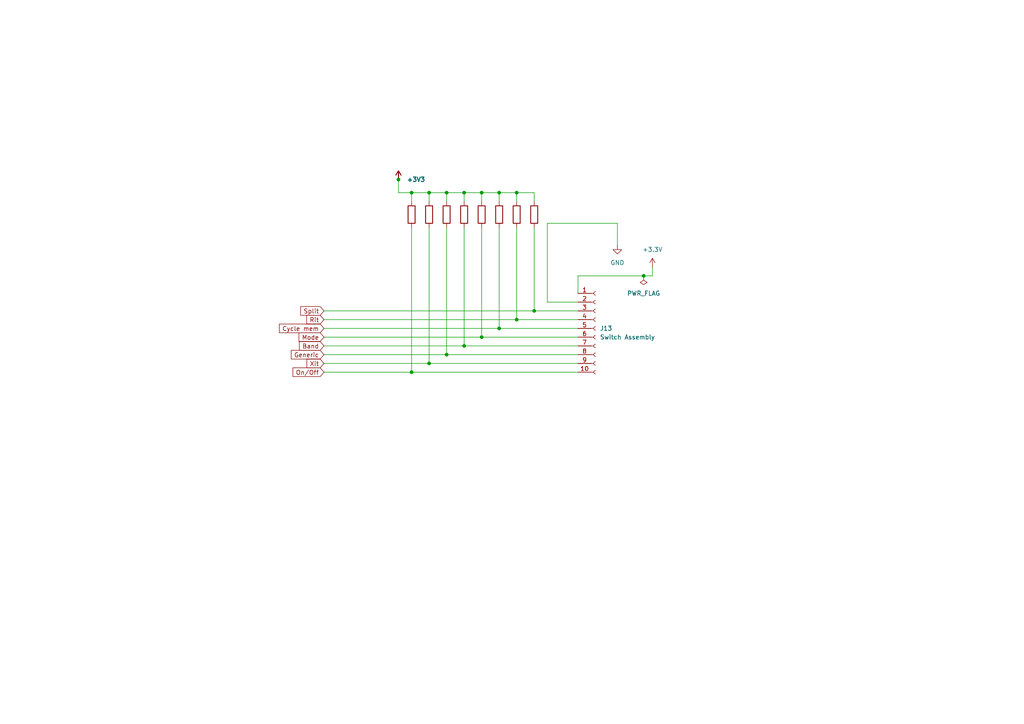
<source format=kicad_sch>
(kicad_sch (version 20230121) (generator eeschema)

  (uuid 8a30fddd-fb14-4c5a-95ed-f95352cbff5e)

  (paper "A4")

  (lib_symbols
    (symbol "+3.3V_1" (power) (pin_names (offset 0)) (in_bom yes) (on_board yes)
      (property "Reference" "#PWR" (at 0 -3.81 0)
        (effects (font (size 1.27 1.27)) hide)
      )
      (property "Value" "+3.3V_1" (at 0 3.556 0)
        (effects (font (size 1.27 1.27)))
      )
      (property "Footprint" "" (at 0 0 0)
        (effects (font (size 1.27 1.27)) hide)
      )
      (property "Datasheet" "" (at 0 0 0)
        (effects (font (size 1.27 1.27)) hide)
      )
      (property "ki_keywords" "global power" (at 0 0 0)
        (effects (font (size 1.27 1.27)) hide)
      )
      (property "ki_description" "Power symbol creates a global label with name \"+3.3V\"" (at 0 0 0)
        (effects (font (size 1.27 1.27)) hide)
      )
      (symbol "+3.3V_1_0_1"
        (polyline
          (pts
            (xy -0.762 1.27)
            (xy 0 2.54)
          )
          (stroke (width 0) (type default))
          (fill (type none))
        )
        (polyline
          (pts
            (xy 0 0)
            (xy 0 2.54)
          )
          (stroke (width 0) (type default))
          (fill (type none))
        )
        (polyline
          (pts
            (xy 0 2.54)
            (xy 0.762 1.27)
          )
          (stroke (width 0) (type default))
          (fill (type none))
        )
      )
      (symbol "+3.3V_1_1_1"
        (pin power_in line (at 0 0 90) (length 0) hide
          (name "+3.3V" (effects (font (size 1.27 1.27))))
          (number "1" (effects (font (size 1.27 1.27))))
        )
      )
    )
    (symbol "Connector:Conn_01x10_Socket" (pin_names (offset 1.016) hide) (in_bom yes) (on_board yes)
      (property "Reference" "J" (at 0 12.7 0)
        (effects (font (size 1.27 1.27)))
      )
      (property "Value" "Conn_01x10_Socket" (at 0 -15.24 0)
        (effects (font (size 1.27 1.27)))
      )
      (property "Footprint" "" (at 0 0 0)
        (effects (font (size 1.27 1.27)) hide)
      )
      (property "Datasheet" "~" (at 0 0 0)
        (effects (font (size 1.27 1.27)) hide)
      )
      (property "ki_locked" "" (at 0 0 0)
        (effects (font (size 1.27 1.27)))
      )
      (property "ki_keywords" "connector" (at 0 0 0)
        (effects (font (size 1.27 1.27)) hide)
      )
      (property "ki_description" "Generic connector, single row, 01x10, script generated" (at 0 0 0)
        (effects (font (size 1.27 1.27)) hide)
      )
      (property "ki_fp_filters" "Connector*:*_1x??_*" (at 0 0 0)
        (effects (font (size 1.27 1.27)) hide)
      )
      (symbol "Conn_01x10_Socket_1_1"
        (arc (start 0 -12.192) (mid -0.5058 -12.7) (end 0 -13.208)
          (stroke (width 0.1524) (type default))
          (fill (type none))
        )
        (arc (start 0 -9.652) (mid -0.5058 -10.16) (end 0 -10.668)
          (stroke (width 0.1524) (type default))
          (fill (type none))
        )
        (arc (start 0 -7.112) (mid -0.5058 -7.62) (end 0 -8.128)
          (stroke (width 0.1524) (type default))
          (fill (type none))
        )
        (arc (start 0 -4.572) (mid -0.5058 -5.08) (end 0 -5.588)
          (stroke (width 0.1524) (type default))
          (fill (type none))
        )
        (arc (start 0 -2.032) (mid -0.5058 -2.54) (end 0 -3.048)
          (stroke (width 0.1524) (type default))
          (fill (type none))
        )
        (polyline
          (pts
            (xy -1.27 -12.7)
            (xy -0.508 -12.7)
          )
          (stroke (width 0.1524) (type default))
          (fill (type none))
        )
        (polyline
          (pts
            (xy -1.27 -10.16)
            (xy -0.508 -10.16)
          )
          (stroke (width 0.1524) (type default))
          (fill (type none))
        )
        (polyline
          (pts
            (xy -1.27 -7.62)
            (xy -0.508 -7.62)
          )
          (stroke (width 0.1524) (type default))
          (fill (type none))
        )
        (polyline
          (pts
            (xy -1.27 -5.08)
            (xy -0.508 -5.08)
          )
          (stroke (width 0.1524) (type default))
          (fill (type none))
        )
        (polyline
          (pts
            (xy -1.27 -2.54)
            (xy -0.508 -2.54)
          )
          (stroke (width 0.1524) (type default))
          (fill (type none))
        )
        (polyline
          (pts
            (xy -1.27 0)
            (xy -0.508 0)
          )
          (stroke (width 0.1524) (type default))
          (fill (type none))
        )
        (polyline
          (pts
            (xy -1.27 2.54)
            (xy -0.508 2.54)
          )
          (stroke (width 0.1524) (type default))
          (fill (type none))
        )
        (polyline
          (pts
            (xy -1.27 5.08)
            (xy -0.508 5.08)
          )
          (stroke (width 0.1524) (type default))
          (fill (type none))
        )
        (polyline
          (pts
            (xy -1.27 7.62)
            (xy -0.508 7.62)
          )
          (stroke (width 0.1524) (type default))
          (fill (type none))
        )
        (polyline
          (pts
            (xy -1.27 10.16)
            (xy -0.508 10.16)
          )
          (stroke (width 0.1524) (type default))
          (fill (type none))
        )
        (arc (start 0 0.508) (mid -0.5058 0) (end 0 -0.508)
          (stroke (width 0.1524) (type default))
          (fill (type none))
        )
        (arc (start 0 3.048) (mid -0.5058 2.54) (end 0 2.032)
          (stroke (width 0.1524) (type default))
          (fill (type none))
        )
        (arc (start 0 5.588) (mid -0.5058 5.08) (end 0 4.572)
          (stroke (width 0.1524) (type default))
          (fill (type none))
        )
        (arc (start 0 8.128) (mid -0.5058 7.62) (end 0 7.112)
          (stroke (width 0.1524) (type default))
          (fill (type none))
        )
        (arc (start 0 10.668) (mid -0.5058 10.16) (end 0 9.652)
          (stroke (width 0.1524) (type default))
          (fill (type none))
        )
        (pin passive line (at -5.08 10.16 0) (length 3.81)
          (name "Pin_1" (effects (font (size 1.27 1.27))))
          (number "1" (effects (font (size 1.27 1.27))))
        )
        (pin passive line (at -5.08 -12.7 0) (length 3.81)
          (name "Pin_10" (effects (font (size 1.27 1.27))))
          (number "10" (effects (font (size 1.27 1.27))))
        )
        (pin passive line (at -5.08 7.62 0) (length 3.81)
          (name "Pin_2" (effects (font (size 1.27 1.27))))
          (number "2" (effects (font (size 1.27 1.27))))
        )
        (pin passive line (at -5.08 5.08 0) (length 3.81)
          (name "Pin_3" (effects (font (size 1.27 1.27))))
          (number "3" (effects (font (size 1.27 1.27))))
        )
        (pin passive line (at -5.08 2.54 0) (length 3.81)
          (name "Pin_4" (effects (font (size 1.27 1.27))))
          (number "4" (effects (font (size 1.27 1.27))))
        )
        (pin passive line (at -5.08 0 0) (length 3.81)
          (name "Pin_5" (effects (font (size 1.27 1.27))))
          (number "5" (effects (font (size 1.27 1.27))))
        )
        (pin passive line (at -5.08 -2.54 0) (length 3.81)
          (name "Pin_6" (effects (font (size 1.27 1.27))))
          (number "6" (effects (font (size 1.27 1.27))))
        )
        (pin passive line (at -5.08 -5.08 0) (length 3.81)
          (name "Pin_7" (effects (font (size 1.27 1.27))))
          (number "7" (effects (font (size 1.27 1.27))))
        )
        (pin passive line (at -5.08 -7.62 0) (length 3.81)
          (name "Pin_8" (effects (font (size 1.27 1.27))))
          (number "8" (effects (font (size 1.27 1.27))))
        )
        (pin passive line (at -5.08 -10.16 0) (length 3.81)
          (name "Pin_9" (effects (font (size 1.27 1.27))))
          (number "9" (effects (font (size 1.27 1.27))))
        )
      )
    )
    (symbol "Device:R" (pin_numbers hide) (pin_names (offset 0)) (in_bom yes) (on_board yes)
      (property "Reference" "R" (at 2.032 0 90)
        (effects (font (size 1.27 1.27)))
      )
      (property "Value" "R" (at 0 0 90)
        (effects (font (size 1.27 1.27)))
      )
      (property "Footprint" "" (at -1.778 0 90)
        (effects (font (size 1.27 1.27)) hide)
      )
      (property "Datasheet" "~" (at 0 0 0)
        (effects (font (size 1.27 1.27)) hide)
      )
      (property "ki_keywords" "R res resistor" (at 0 0 0)
        (effects (font (size 1.27 1.27)) hide)
      )
      (property "ki_description" "Resistor" (at 0 0 0)
        (effects (font (size 1.27 1.27)) hide)
      )
      (property "ki_fp_filters" "R_*" (at 0 0 0)
        (effects (font (size 1.27 1.27)) hide)
      )
      (symbol "R_0_1"
        (rectangle (start -1.016 -2.54) (end 1.016 2.54)
          (stroke (width 0.254) (type default))
          (fill (type none))
        )
      )
      (symbol "R_1_1"
        (pin passive line (at 0 3.81 270) (length 1.27)
          (name "~" (effects (font (size 1.27 1.27))))
          (number "1" (effects (font (size 1.27 1.27))))
        )
        (pin passive line (at 0 -3.81 90) (length 1.27)
          (name "~" (effects (font (size 1.27 1.27))))
          (number "2" (effects (font (size 1.27 1.27))))
        )
      )
    )
    (symbol "GND_1" (power) (pin_names (offset 0)) (in_bom yes) (on_board yes)
      (property "Reference" "#PWR" (at 0 -6.35 0)
        (effects (font (size 1.27 1.27)) hide)
      )
      (property "Value" "GND_1" (at 0 -3.81 0)
        (effects (font (size 1.27 1.27)))
      )
      (property "Footprint" "" (at 0 0 0)
        (effects (font (size 1.27 1.27)) hide)
      )
      (property "Datasheet" "" (at 0 0 0)
        (effects (font (size 1.27 1.27)) hide)
      )
      (property "ki_keywords" "global power" (at 0 0 0)
        (effects (font (size 1.27 1.27)) hide)
      )
      (property "ki_description" "Power symbol creates a global label with name \"GND\" , ground" (at 0 0 0)
        (effects (font (size 1.27 1.27)) hide)
      )
      (symbol "GND_1_0_1"
        (polyline
          (pts
            (xy 0 0)
            (xy 0 -1.27)
            (xy 1.27 -1.27)
            (xy 0 -2.54)
            (xy -1.27 -1.27)
            (xy 0 -1.27)
          )
          (stroke (width 0) (type default))
          (fill (type none))
        )
      )
      (symbol "GND_1_1_1"
        (pin power_in line (at 0 0 270) (length 0) hide
          (name "GND" (effects (font (size 1.27 1.27))))
          (number "1" (effects (font (size 1.27 1.27))))
        )
      )
    )
    (symbol "power:+3.3V" (power) (pin_names (offset 0)) (in_bom yes) (on_board yes)
      (property "Reference" "#PWR" (at 0 -3.81 0)
        (effects (font (size 1.27 1.27)) hide)
      )
      (property "Value" "+3.3V" (at 0 3.556 0)
        (effects (font (size 1.27 1.27)))
      )
      (property "Footprint" "" (at 0 0 0)
        (effects (font (size 1.27 1.27)) hide)
      )
      (property "Datasheet" "" (at 0 0 0)
        (effects (font (size 1.27 1.27)) hide)
      )
      (property "ki_keywords" "power-flag" (at 0 0 0)
        (effects (font (size 1.27 1.27)) hide)
      )
      (property "ki_description" "Power symbol creates a global label with name \"+3.3V\"" (at 0 0 0)
        (effects (font (size 1.27 1.27)) hide)
      )
      (symbol "+3.3V_0_1"
        (polyline
          (pts
            (xy -0.762 1.27)
            (xy 0 2.54)
          )
          (stroke (width 0) (type default))
          (fill (type none))
        )
        (polyline
          (pts
            (xy 0 0)
            (xy 0 2.54)
          )
          (stroke (width 0) (type default))
          (fill (type none))
        )
        (polyline
          (pts
            (xy 0 2.54)
            (xy 0.762 1.27)
          )
          (stroke (width 0) (type default))
          (fill (type none))
        )
      )
      (symbol "+3.3V_1_1"
        (pin power_in line (at 0 0 90) (length 0) hide
          (name "+3V3" (effects (font (size 1.27 1.27))))
          (number "1" (effects (font (size 1.27 1.27))))
        )
      )
    )
    (symbol "power:PWR_FLAG" (power) (pin_numbers hide) (pin_names (offset 0) hide) (in_bom yes) (on_board yes)
      (property "Reference" "#FLG" (at 0 1.905 0)
        (effects (font (size 1.27 1.27)) hide)
      )
      (property "Value" "PWR_FLAG" (at 0 3.81 0)
        (effects (font (size 1.27 1.27)))
      )
      (property "Footprint" "" (at 0 0 0)
        (effects (font (size 1.27 1.27)) hide)
      )
      (property "Datasheet" "~" (at 0 0 0)
        (effects (font (size 1.27 1.27)) hide)
      )
      (property "ki_keywords" "flag power" (at 0 0 0)
        (effects (font (size 1.27 1.27)) hide)
      )
      (property "ki_description" "Special symbol for telling ERC where power comes from" (at 0 0 0)
        (effects (font (size 1.27 1.27)) hide)
      )
      (symbol "PWR_FLAG_0_0"
        (pin power_out line (at 0 0 90) (length 0)
          (name "pwr" (effects (font (size 1.27 1.27))))
          (number "1" (effects (font (size 1.27 1.27))))
        )
      )
      (symbol "PWR_FLAG_0_1"
        (polyline
          (pts
            (xy 0 0)
            (xy 0 1.27)
            (xy -1.016 1.905)
            (xy 0 2.54)
            (xy 1.016 1.905)
            (xy 0 1.27)
          )
          (stroke (width 0) (type default))
          (fill (type none))
        )
      )
    )
  )

  (junction (at 129.54 102.87) (diameter 0) (color 0 0 0 0)
    (uuid 0f79a4c8-b752-4a62-ac1b-c61dcf123edc)
  )
  (junction (at 124.46 55.88) (diameter 0) (color 0 0 0 0)
    (uuid 30d3dfdb-f165-496e-83bb-16354e3f3c4d)
  )
  (junction (at 134.62 100.33) (diameter 0) (color 0 0 0 0)
    (uuid 3baaa7b9-34a8-4746-895c-074000518997)
  )
  (junction (at 144.78 95.25) (diameter 0) (color 0 0 0 0)
    (uuid 448a7571-bba3-4b80-9e53-8efd67e67546)
  )
  (junction (at 119.38 55.88) (diameter 0) (color 0 0 0 0)
    (uuid 4931cc1a-1c75-4afe-a82a-78286cdbcc88)
  )
  (junction (at 149.86 92.71) (diameter 0) (color 0 0 0 0)
    (uuid 50474fad-5344-4996-a72e-b75f34cd6bed)
  )
  (junction (at 144.78 55.88) (diameter 0) (color 0 0 0 0)
    (uuid 706d0d1f-db7f-4832-a775-4dabaa26df93)
  )
  (junction (at 124.46 105.41) (diameter 0) (color 0 0 0 0)
    (uuid 848857d8-4988-403b-9fda-183f4d9b8914)
  )
  (junction (at 119.38 107.95) (diameter 0) (color 0 0 0 0)
    (uuid b110a8c7-ccf8-4392-9137-c12aae448ae9)
  )
  (junction (at 149.86 55.88) (diameter 0) (color 0 0 0 0)
    (uuid c0efd1b2-95a0-4014-a53d-06d10dd3ddc1)
  )
  (junction (at 134.62 55.88) (diameter 0) (color 0 0 0 0)
    (uuid d512a084-29c6-41f5-90e2-dc4d1e780d89)
  )
  (junction (at 115.57 52.07) (diameter 0) (color 0 0 0 0)
    (uuid dcf353b0-48f6-4fe2-9525-9becbf7d8da6)
  )
  (junction (at 139.7 55.88) (diameter 0) (color 0 0 0 0)
    (uuid eb2f24b0-03ca-4009-b5b2-cdcd8fc92db0)
  )
  (junction (at 154.94 90.17) (diameter 0) (color 0 0 0 0)
    (uuid ed8d392f-99bd-491d-870b-4fb7d5447b6c)
  )
  (junction (at 186.69 80.01) (diameter 0) (color 0 0 0 0)
    (uuid efcf3b88-1eec-4d68-acdc-a2a2953d8e35)
  )
  (junction (at 139.7 97.79) (diameter 0) (color 0 0 0 0)
    (uuid f927c403-44df-4ecf-80d1-0ff21f97be6d)
  )
  (junction (at 129.54 55.88) (diameter 0) (color 0 0 0 0)
    (uuid fd24142b-8bbe-40aa-9293-380675943ddc)
  )

  (wire (pts (xy 129.54 55.88) (xy 134.62 55.88))
    (stroke (width 0) (type default))
    (uuid 00dae6b1-8249-4361-9260-c47417275088)
  )
  (wire (pts (xy 134.62 55.88) (xy 139.7 55.88))
    (stroke (width 0) (type default))
    (uuid 04832230-bb49-437e-bc1a-5a2f170f5051)
  )
  (wire (pts (xy 115.57 52.07) (xy 115.57 55.88))
    (stroke (width 0) (type default))
    (uuid 097c921d-0c87-4856-a254-0c07f046ce67)
  )
  (wire (pts (xy 93.98 107.95) (xy 119.38 107.95))
    (stroke (width 0) (type default))
    (uuid 09f17e32-0edf-457e-8ae4-b78df6467b7e)
  )
  (wire (pts (xy 93.98 102.87) (xy 129.54 102.87))
    (stroke (width 0) (type default))
    (uuid 0c1a9b9d-ab12-4e11-8958-9f3560d2cd37)
  )
  (wire (pts (xy 189.23 80.01) (xy 186.69 80.01))
    (stroke (width 0) (type default))
    (uuid 0d525b3e-a0c3-42a1-9019-b2558ba5f84f)
  )
  (wire (pts (xy 134.62 100.33) (xy 167.64 100.33))
    (stroke (width 0) (type default))
    (uuid 15f1b5d8-639b-4ee0-a32b-450fe9af5af5)
  )
  (wire (pts (xy 129.54 102.87) (xy 167.64 102.87))
    (stroke (width 0) (type default))
    (uuid 179c64cc-a2d5-4e82-be16-2a0a69a742f3)
  )
  (wire (pts (xy 129.54 55.88) (xy 129.54 58.42))
    (stroke (width 0) (type default))
    (uuid 1a2050ee-42b2-4e2a-adb1-f4094c029513)
  )
  (wire (pts (xy 144.78 95.25) (xy 167.64 95.25))
    (stroke (width 0) (type default))
    (uuid 2036ffa0-c5c0-48b3-bf3e-2d6a328a95ef)
  )
  (wire (pts (xy 139.7 66.04) (xy 139.7 97.79))
    (stroke (width 0) (type default))
    (uuid 27da763f-6dd7-4aca-8842-710cd6355a4f)
  )
  (wire (pts (xy 158.75 87.63) (xy 167.64 87.63))
    (stroke (width 0) (type default))
    (uuid 294aea22-5192-4838-b2f2-7d2ba5cbb0e5)
  )
  (wire (pts (xy 124.46 66.04) (xy 124.46 105.41))
    (stroke (width 0) (type default))
    (uuid 29d0988c-511a-45c6-b131-78a65a2e979c)
  )
  (wire (pts (xy 139.7 55.88) (xy 144.78 55.88))
    (stroke (width 0) (type default))
    (uuid 433c884b-15be-47e9-81a4-081f30b20bf4)
  )
  (wire (pts (xy 115.57 55.88) (xy 119.38 55.88))
    (stroke (width 0) (type default))
    (uuid 47438f73-1d20-4df3-8f09-80fb3e291da7)
  )
  (wire (pts (xy 93.98 105.41) (xy 124.46 105.41))
    (stroke (width 0) (type default))
    (uuid 479d206e-8353-40cf-9220-2db80a8912f1)
  )
  (wire (pts (xy 154.94 90.17) (xy 167.64 90.17))
    (stroke (width 0) (type default))
    (uuid 47dea9a4-698d-4034-8712-474ebba568a5)
  )
  (wire (pts (xy 124.46 55.88) (xy 124.46 58.42))
    (stroke (width 0) (type default))
    (uuid 4bed3345-f119-4648-8adc-3c3111d3c28e)
  )
  (wire (pts (xy 179.07 71.12) (xy 179.07 64.77))
    (stroke (width 0) (type default))
    (uuid 4f18dc71-1d5c-46c6-8b23-32942ba7019f)
  )
  (wire (pts (xy 158.75 64.77) (xy 179.07 64.77))
    (stroke (width 0) (type default))
    (uuid 536394df-76d0-41ec-a6df-585d0e530786)
  )
  (wire (pts (xy 119.38 55.88) (xy 124.46 55.88))
    (stroke (width 0) (type default))
    (uuid 5c51b2ae-664d-4bad-a6ac-8af11a9c44c2)
  )
  (wire (pts (xy 139.7 55.88) (xy 139.7 58.42))
    (stroke (width 0) (type default))
    (uuid 628ef95a-6c88-4b81-9181-b1426a2d1d7f)
  )
  (wire (pts (xy 134.62 66.04) (xy 134.62 100.33))
    (stroke (width 0) (type default))
    (uuid 68549f5b-6dfc-4acd-8629-80fb714b3c15)
  )
  (wire (pts (xy 149.86 55.88) (xy 154.94 55.88))
    (stroke (width 0) (type default))
    (uuid 6d457e0e-7820-4ec2-8d87-a9b9aeeac1c0)
  )
  (wire (pts (xy 189.23 77.47) (xy 189.23 80.01))
    (stroke (width 0) (type default))
    (uuid 6df83283-1d2b-4975-b46d-fa6ffef6121f)
  )
  (wire (pts (xy 167.64 80.01) (xy 167.64 85.09))
    (stroke (width 0) (type default))
    (uuid 6ffbc2fe-a195-404d-82e7-5c77c8093516)
  )
  (wire (pts (xy 154.94 55.88) (xy 154.94 58.42))
    (stroke (width 0) (type default))
    (uuid 736d7b69-bb13-44bd-9512-8e8d440d96f1)
  )
  (wire (pts (xy 93.98 100.33) (xy 134.62 100.33))
    (stroke (width 0) (type default))
    (uuid 73c84c17-f9fb-4a8c-9432-644e68c60362)
  )
  (wire (pts (xy 119.38 66.04) (xy 119.38 107.95))
    (stroke (width 0) (type default))
    (uuid 7cbf7e93-fdd0-467f-8be6-9a7465c52e43)
  )
  (wire (pts (xy 124.46 55.88) (xy 129.54 55.88))
    (stroke (width 0) (type default))
    (uuid 7eae1eed-a7fe-464b-af0c-ebe1f824183b)
  )
  (wire (pts (xy 93.98 97.79) (xy 139.7 97.79))
    (stroke (width 0) (type default))
    (uuid 810ac71b-49d6-4376-86ae-0fdd1c2bf9ff)
  )
  (wire (pts (xy 119.38 55.88) (xy 119.38 58.42))
    (stroke (width 0) (type default))
    (uuid 82b1ecd2-2dba-4e0e-9b1d-c6bc7a431b6f)
  )
  (wire (pts (xy 154.94 66.04) (xy 154.94 90.17))
    (stroke (width 0) (type default))
    (uuid 883485a5-7b75-4b71-9f10-51f0db1fc5bf)
  )
  (wire (pts (xy 93.98 90.17) (xy 154.94 90.17))
    (stroke (width 0) (type default))
    (uuid 8aeba8ba-e9cb-496d-aa81-2a6ebc5d2bcd)
  )
  (wire (pts (xy 149.86 92.71) (xy 167.64 92.71))
    (stroke (width 0) (type default))
    (uuid 91e08c92-774f-48ec-b5b4-8afa9816b571)
  )
  (wire (pts (xy 139.7 97.79) (xy 167.64 97.79))
    (stroke (width 0) (type default))
    (uuid 9ad6620e-c5af-48c0-bb04-5a60a145841a)
  )
  (wire (pts (xy 149.86 55.88) (xy 149.86 58.42))
    (stroke (width 0) (type default))
    (uuid 9ec54a64-bc32-4aaf-850b-d64dc9a3f48f)
  )
  (wire (pts (xy 144.78 66.04) (xy 144.78 95.25))
    (stroke (width 0) (type default))
    (uuid a03623c2-4772-46d2-a396-c53e094f8c62)
  )
  (wire (pts (xy 149.86 66.04) (xy 149.86 92.71))
    (stroke (width 0) (type default))
    (uuid a0ceb4b7-cc28-43e4-b4d0-28eb38aedb12)
  )
  (wire (pts (xy 119.38 107.95) (xy 167.64 107.95))
    (stroke (width 0) (type default))
    (uuid b6f2376c-5b3b-4271-b509-5167b8d35fb0)
  )
  (wire (pts (xy 93.98 95.25) (xy 144.78 95.25))
    (stroke (width 0) (type default))
    (uuid bc168add-78e1-4148-b785-962851728314)
  )
  (wire (pts (xy 144.78 55.88) (xy 144.78 58.42))
    (stroke (width 0) (type default))
    (uuid d7cb889f-d9cb-4353-81ba-7b68a0f4ff7f)
  )
  (wire (pts (xy 158.75 64.77) (xy 158.75 87.63))
    (stroke (width 0) (type default))
    (uuid dafe3b0d-dd2e-419a-8840-0d40bba04db6)
  )
  (wire (pts (xy 144.78 55.88) (xy 149.86 55.88))
    (stroke (width 0) (type default))
    (uuid e26f3c6f-5933-43fa-b479-609184624e24)
  )
  (wire (pts (xy 134.62 55.88) (xy 134.62 58.42))
    (stroke (width 0) (type default))
    (uuid ea4d7616-3622-4e55-a85b-7d0364e37ff3)
  )
  (wire (pts (xy 186.69 80.01) (xy 167.64 80.01))
    (stroke (width 0) (type default))
    (uuid ea6f802d-8b3f-4556-b4f6-75a4a33e8e8e)
  )
  (wire (pts (xy 124.46 105.41) (xy 167.64 105.41))
    (stroke (width 0) (type default))
    (uuid f4c690b9-d1a7-4c19-974c-e477aadd0b0e)
  )
  (wire (pts (xy 129.54 66.04) (xy 129.54 102.87))
    (stroke (width 0) (type default))
    (uuid fc69ce57-25e5-49ca-afca-4a20e97693fa)
  )
  (wire (pts (xy 93.98 92.71) (xy 149.86 92.71))
    (stroke (width 0) (type default))
    (uuid ffc4d587-7a9f-4df0-8032-0a7c660c1bf0)
  )

  (global_label "Generic" (shape input) (at 93.98 102.87 180) (fields_autoplaced)
    (effects (font (size 1.27 1.27)) (justify right))
    (uuid 037ab0ff-fcf4-4c39-9aeb-c4c653b6421f)
    (property "Intersheetrefs" "${INTERSHEET_REFS}" (at 83.919 102.87 0)
      (effects (font (size 1.27 1.27)) (justify right) hide)
    )
  )
  (global_label "Cycle mem" (shape input) (at 93.98 95.25 180) (fields_autoplaced)
    (effects (font (size 1.27 1.27)) (justify right))
    (uuid 2e165a8d-003f-4cf6-89bd-7e73ca47c282)
    (property "Intersheetrefs" "${INTERSHEET_REFS}" (at 80.472 95.25 0)
      (effects (font (size 1.27 1.27)) (justify right) hide)
    )
  )
  (global_label "Mode" (shape input) (at 93.98 97.79 180) (fields_autoplaced)
    (effects (font (size 1.27 1.27)) (justify right))
    (uuid 378dc67e-d0fc-492f-898b-238f08dee3f0)
    (property "Intersheetrefs" "${INTERSHEET_REFS}" (at 86.1568 97.79 0)
      (effects (font (size 1.27 1.27)) (justify right) hide)
    )
  )
  (global_label "Xit" (shape input) (at 93.98 105.41 180) (fields_autoplaced)
    (effects (font (size 1.27 1.27)) (justify right))
    (uuid 49a1e510-d0a6-42e2-a757-e6f0f442d5cf)
    (property "Intersheetrefs" "${INTERSHEET_REFS}" (at 88.4548 105.41 0)
      (effects (font (size 1.27 1.27)) (justify right) hide)
    )
  )
  (global_label "Band" (shape input) (at 93.98 100.33 180) (fields_autoplaced)
    (effects (font (size 1.27 1.27)) (justify right))
    (uuid 51e596e7-6876-46fe-a77b-3b56c8a370ce)
    (property "Intersheetrefs" "${INTERSHEET_REFS}" (at 86.2778 100.33 0)
      (effects (font (size 1.27 1.27)) (justify right) hide)
    )
  )
  (global_label "On{slash}Off" (shape input) (at 93.98 107.95 180) (fields_autoplaced)
    (effects (font (size 1.27 1.27)) (justify right))
    (uuid bafe4bf2-6a75-4c53-ae45-cbf33999edc6)
    (property "Intersheetrefs" "${INTERSHEET_REFS}" (at 84.4029 107.95 0)
      (effects (font (size 1.27 1.27)) (justify right) hide)
    )
  )
  (global_label "Split" (shape input) (at 93.98 90.17 180) (fields_autoplaced)
    (effects (font (size 1.27 1.27)) (justify right))
    (uuid dbeac014-5716-4253-b60d-bbd032390a8d)
    (property "Intersheetrefs" "${INTERSHEET_REFS}" (at 86.6406 90.17 0)
      (effects (font (size 1.27 1.27)) (justify right) hide)
    )
  )
  (global_label "Rit" (shape input) (at 93.98 92.71 180) (fields_autoplaced)
    (effects (font (size 1.27 1.27)) (justify right))
    (uuid e4c2e319-2213-43a9-b3ac-b319bb37885d)
    (property "Intersheetrefs" "${INTERSHEET_REFS}" (at 88.3943 92.71 0)
      (effects (font (size 1.27 1.27)) (justify right) hide)
    )
  )

  (symbol (lib_id "Device:R") (at 139.7 62.23 0) (unit 1)
    (in_bom yes) (on_board yes) (dnp no) (fields_autoplaced)
    (uuid 07704db5-7c49-4b44-b668-cee4d3757ccc)
    (property "Reference" "R5" (at 142.24 60.96 0)
      (effects (font (size 1.27 1.27)) (justify left) hide)
    )
    (property "Value" "2.2K" (at 142.24 63.5 0)
      (effects (font (size 1.27 1.27)) (justify left) hide)
    )
    (property "Footprint" "Resistor_SMD:R_0603_1608Metric" (at 137.922 62.23 90)
      (effects (font (size 1.27 1.27)) hide)
    )
    (property "Datasheet" "~" (at 139.7 62.23 0)
      (effects (font (size 1.27 1.27)) hide)
    )
    (pin "1" (uuid 23aea94f-0979-4c95-a47a-74d73abb71fa))
    (pin "2" (uuid b330df73-e198-45bc-8cc4-35dbb7372d12))
    (instances
      (project "rrc-interface"
        (path "/e63e39d7-6ac0-4ffd-8aa3-1841a4541b55"
          (reference "R5") (unit 1)
        )
        (path "/e63e39d7-6ac0-4ffd-8aa3-1841a4541b55/70162407-566b-4f7c-a9de-663cf6ba5a25"
          (reference "R17") (unit 1)
        )
      )
    )
  )

  (symbol (lib_id "power:+3.3V") (at 115.57 52.07 0) (unit 1)
    (in_bom yes) (on_board yes) (dnp no) (fields_autoplaced)
    (uuid 28c3300a-2ab9-46b8-9c08-f48627ecc533)
    (property "Reference" "#PWR07" (at 115.57 55.88 0)
      (effects (font (size 1.27 1.27)) hide)
    )
    (property "Value" "+3.3V" (at 113.03 50.8 0)
      (effects (font (size 1.27 1.27)) (justify right) hide)
    )
    (property "Footprint" "" (at 115.57 52.07 0)
      (effects (font (size 1.27 1.27)) hide)
    )
    (property "Datasheet" "" (at 115.57 52.07 0)
      (effects (font (size 1.27 1.27)) hide)
    )
    (pin "1" (uuid b0d4fc2e-19cc-4ca2-814e-52a63e32a3d2))
    (instances
      (project "rrc-interface"
        (path "/e63e39d7-6ac0-4ffd-8aa3-1841a4541b55"
          (reference "#PWR07") (unit 1)
        )
        (path "/e63e39d7-6ac0-4ffd-8aa3-1841a4541b55/70162407-566b-4f7c-a9de-663cf6ba5a25"
          (reference "#PWR015") (unit 1)
        )
      )
    )
  )

  (symbol (lib_id "Device:R") (at 124.46 62.23 0) (unit 1)
    (in_bom yes) (on_board yes) (dnp no) (fields_autoplaced)
    (uuid 299d3f28-823e-4f06-a716-182f4bba26bf)
    (property "Reference" "R2" (at 127 60.96 0)
      (effects (font (size 1.27 1.27)) (justify left) hide)
    )
    (property "Value" "2.2K" (at 127 63.5 0)
      (effects (font (size 1.27 1.27)) (justify left) hide)
    )
    (property "Footprint" "Resistor_SMD:R_0603_1608Metric" (at 122.682 62.23 90)
      (effects (font (size 1.27 1.27)) hide)
    )
    (property "Datasheet" "~" (at 124.46 62.23 0)
      (effects (font (size 1.27 1.27)) hide)
    )
    (pin "1" (uuid 25e92c4b-98dc-440d-a227-7de6544053ef))
    (pin "2" (uuid 3d4ba3b6-17c5-4cc6-bafe-430a849dbceb))
    (instances
      (project "rrc-interface"
        (path "/e63e39d7-6ac0-4ffd-8aa3-1841a4541b55"
          (reference "R2") (unit 1)
        )
        (path "/e63e39d7-6ac0-4ffd-8aa3-1841a4541b55/70162407-566b-4f7c-a9de-663cf6ba5a25"
          (reference "R14") (unit 1)
        )
      )
    )
  )

  (symbol (lib_id "Device:R") (at 154.94 62.23 0) (unit 1)
    (in_bom yes) (on_board yes) (dnp no) (fields_autoplaced)
    (uuid 3a303436-b902-40c2-a238-8e224f736402)
    (property "Reference" "R8" (at 157.48 60.96 0)
      (effects (font (size 1.27 1.27)) (justify left) hide)
    )
    (property "Value" "2.2K" (at 157.48 63.5 0)
      (effects (font (size 1.27 1.27)) (justify left) hide)
    )
    (property "Footprint" "Resistor_SMD:R_0603_1608Metric" (at 153.162 62.23 90)
      (effects (font (size 1.27 1.27)) hide)
    )
    (property "Datasheet" "~" (at 154.94 62.23 0)
      (effects (font (size 1.27 1.27)) hide)
    )
    (pin "1" (uuid 2d1ccecc-2e9d-4753-b093-0473b58cd487))
    (pin "2" (uuid 6b28f488-b4e6-4962-b843-7d4a971a005c))
    (instances
      (project "rrc-interface"
        (path "/e63e39d7-6ac0-4ffd-8aa3-1841a4541b55"
          (reference "R8") (unit 1)
        )
        (path "/e63e39d7-6ac0-4ffd-8aa3-1841a4541b55/70162407-566b-4f7c-a9de-663cf6ba5a25"
          (reference "R20") (unit 1)
        )
      )
    )
  )

  (symbol (lib_id "Device:R") (at 129.54 62.23 0) (unit 1)
    (in_bom yes) (on_board yes) (dnp no) (fields_autoplaced)
    (uuid 3e78c7ba-55f5-4cd8-98e8-3a6e47888588)
    (property "Reference" "R3" (at 132.08 60.96 0)
      (effects (font (size 1.27 1.27)) (justify left) hide)
    )
    (property "Value" "2.2K" (at 132.08 63.5 0)
      (effects (font (size 1.27 1.27)) (justify left) hide)
    )
    (property "Footprint" "Resistor_SMD:R_0603_1608Metric" (at 127.762 62.23 90)
      (effects (font (size 1.27 1.27)) hide)
    )
    (property "Datasheet" "~" (at 129.54 62.23 0)
      (effects (font (size 1.27 1.27)) hide)
    )
    (pin "1" (uuid 09e8255a-b535-4bd8-8472-11170cdaef7a))
    (pin "2" (uuid 0b67eaba-67b8-4fde-8d3f-e3bca3ea208f))
    (instances
      (project "rrc-interface"
        (path "/e63e39d7-6ac0-4ffd-8aa3-1841a4541b55"
          (reference "R3") (unit 1)
        )
        (path "/e63e39d7-6ac0-4ffd-8aa3-1841a4541b55/70162407-566b-4f7c-a9de-663cf6ba5a25"
          (reference "R15") (unit 1)
        )
      )
    )
  )

  (symbol (lib_id "Device:R") (at 144.78 62.23 0) (unit 1)
    (in_bom yes) (on_board yes) (dnp no) (fields_autoplaced)
    (uuid 47f06f2f-69fc-4baf-a919-a5748cd29473)
    (property "Reference" "R6" (at 147.32 60.96 0)
      (effects (font (size 1.27 1.27)) (justify left) hide)
    )
    (property "Value" "2.2K" (at 147.32 63.5 0)
      (effects (font (size 1.27 1.27)) (justify left) hide)
    )
    (property "Footprint" "Resistor_SMD:R_0603_1608Metric" (at 143.002 62.23 90)
      (effects (font (size 1.27 1.27)) hide)
    )
    (property "Datasheet" "~" (at 144.78 62.23 0)
      (effects (font (size 1.27 1.27)) hide)
    )
    (pin "1" (uuid f63f7638-d79d-4a12-a3b5-dece8a3de974))
    (pin "2" (uuid fcab18ee-7c0f-41a6-829f-f6624db69b69))
    (instances
      (project "rrc-interface"
        (path "/e63e39d7-6ac0-4ffd-8aa3-1841a4541b55"
          (reference "R6") (unit 1)
        )
        (path "/e63e39d7-6ac0-4ffd-8aa3-1841a4541b55/70162407-566b-4f7c-a9de-663cf6ba5a25"
          (reference "R18") (unit 1)
        )
      )
    )
  )

  (symbol (lib_id "power:+3.3V") (at 115.57 52.07 0) (unit 1)
    (in_bom yes) (on_board yes) (dnp no)
    (uuid 50e1b2a8-d564-4aab-8441-ea50d717458e)
    (property "Reference" "#PWR03" (at 115.57 55.88 0)
      (effects (font (size 1.27 1.27)) hide)
    )
    (property "Value" "+3.3V" (at 120.65 52.07 0)
      (effects (font (size 1.27 1.27)))
    )
    (property "Footprint" "" (at 115.57 52.07 0)
      (effects (font (size 1.27 1.27)) hide)
    )
    (property "Datasheet" "" (at 115.57 52.07 0)
      (effects (font (size 1.27 1.27)) hide)
    )
    (pin "1" (uuid 0f04175f-51c3-4531-a3d9-a1509e9c5b38))
    (instances
      (project "rrc-interface"
        (path "/e63e39d7-6ac0-4ffd-8aa3-1841a4541b55"
          (reference "#PWR03") (unit 1)
        )
        (path "/e63e39d7-6ac0-4ffd-8aa3-1841a4541b55/70162407-566b-4f7c-a9de-663cf6ba5a25"
          (reference "#PWR016") (unit 1)
        )
      )
    )
  )

  (symbol (lib_id "Device:R") (at 119.38 62.23 0) (unit 1)
    (in_bom yes) (on_board yes) (dnp no) (fields_autoplaced)
    (uuid 54df4985-f0dd-404c-a677-3a4cc4b5b9da)
    (property "Reference" "R1" (at 116.84 60.96 0)
      (effects (font (size 1.27 1.27)) (justify right) hide)
    )
    (property "Value" "2.2K" (at 116.84 63.5 0)
      (effects (font (size 1.27 1.27)) (justify right) hide)
    )
    (property "Footprint" "Resistor_SMD:R_0603_1608Metric" (at 117.602 62.23 90)
      (effects (font (size 1.27 1.27)) hide)
    )
    (property "Datasheet" "~" (at 119.38 62.23 0)
      (effects (font (size 1.27 1.27)) hide)
    )
    (pin "1" (uuid 668ac9d3-3c32-4b27-990b-83193682d9ec))
    (pin "2" (uuid 7952771e-04de-48de-ab57-00f2a70ddedf))
    (instances
      (project "rrc-interface"
        (path "/e63e39d7-6ac0-4ffd-8aa3-1841a4541b55"
          (reference "R1") (unit 1)
        )
        (path "/e63e39d7-6ac0-4ffd-8aa3-1841a4541b55/70162407-566b-4f7c-a9de-663cf6ba5a25"
          (reference "R13") (unit 1)
        )
      )
    )
  )

  (symbol (lib_id "power:+3.3V") (at 115.57 52.07 0) (unit 1)
    (in_bom yes) (on_board yes) (dnp no)
    (uuid 5adea74e-c7d6-40a1-8ee4-b39ff344fd15)
    (property "Reference" "#PWR04" (at 115.57 55.88 0)
      (effects (font (size 1.27 1.27)) hide)
    )
    (property "Value" "+3.3V" (at 120.65 52.07 0)
      (effects (font (size 1.27 1.27)))
    )
    (property "Footprint" "" (at 115.57 52.07 0)
      (effects (font (size 1.27 1.27)) hide)
    )
    (property "Datasheet" "" (at 115.57 52.07 0)
      (effects (font (size 1.27 1.27)) hide)
    )
    (pin "1" (uuid ee6780b1-8c71-4244-8a90-4649069df0a5))
    (instances
      (project "rrc-interface"
        (path "/e63e39d7-6ac0-4ffd-8aa3-1841a4541b55"
          (reference "#PWR04") (unit 1)
        )
        (path "/e63e39d7-6ac0-4ffd-8aa3-1841a4541b55/70162407-566b-4f7c-a9de-663cf6ba5a25"
          (reference "#PWR017") (unit 1)
        )
      )
    )
  )

  (symbol (lib_id "power:+3.3V") (at 115.57 52.07 0) (unit 1)
    (in_bom yes) (on_board yes) (dnp no)
    (uuid 68aab23d-a006-4528-ab6c-526e27859b84)
    (property "Reference" "#PWR05" (at 115.57 55.88 0)
      (effects (font (size 1.27 1.27)) hide)
    )
    (property "Value" "+3.3V" (at 120.65 52.07 0)
      (effects (font (size 1.27 1.27)))
    )
    (property "Footprint" "" (at 115.57 52.07 0)
      (effects (font (size 1.27 1.27)) hide)
    )
    (property "Datasheet" "" (at 115.57 52.07 0)
      (effects (font (size 1.27 1.27)) hide)
    )
    (pin "1" (uuid 993aa733-f43c-48d2-bc12-678add9e9ff7))
    (instances
      (project "rrc-interface"
        (path "/e63e39d7-6ac0-4ffd-8aa3-1841a4541b55"
          (reference "#PWR05") (unit 1)
        )
        (path "/e63e39d7-6ac0-4ffd-8aa3-1841a4541b55/70162407-566b-4f7c-a9de-663cf6ba5a25"
          (reference "#PWR018") (unit 1)
        )
      )
    )
  )

  (symbol (lib_id "power:+3.3V") (at 115.57 52.07 0) (unit 1)
    (in_bom yes) (on_board yes) (dnp no)
    (uuid 6902c7eb-fe86-4aa8-89fa-ee5ea0e2ff06)
    (property "Reference" "#PWR06" (at 115.57 55.88 0)
      (effects (font (size 1.27 1.27)) hide)
    )
    (property "Value" "+3.3V" (at 120.65 52.07 0)
      (effects (font (size 1.27 1.27)))
    )
    (property "Footprint" "" (at 115.57 52.07 0)
      (effects (font (size 1.27 1.27)) hide)
    )
    (property "Datasheet" "" (at 115.57 52.07 0)
      (effects (font (size 1.27 1.27)) hide)
    )
    (pin "1" (uuid 99811f95-67f4-4386-b6fb-3af808a6ff8e))
    (instances
      (project "rrc-interface"
        (path "/e63e39d7-6ac0-4ffd-8aa3-1841a4541b55"
          (reference "#PWR06") (unit 1)
        )
        (path "/e63e39d7-6ac0-4ffd-8aa3-1841a4541b55/70162407-566b-4f7c-a9de-663cf6ba5a25"
          (reference "#PWR019") (unit 1)
        )
      )
    )
  )

  (symbol (lib_name "GND_1") (lib_id "power:GND") (at 179.07 71.12 0) (unit 1)
    (in_bom yes) (on_board yes) (dnp no) (fields_autoplaced)
    (uuid 6f2bfc48-1357-4448-b6a6-a41aa8384bea)
    (property "Reference" "#PWR023" (at 179.07 77.47 0)
      (effects (font (size 1.27 1.27)) hide)
    )
    (property "Value" "GND" (at 179.07 76.2 0)
      (effects (font (size 1.27 1.27)))
    )
    (property "Footprint" "" (at 179.07 71.12 0)
      (effects (font (size 1.27 1.27)) hide)
    )
    (property "Datasheet" "" (at 179.07 71.12 0)
      (effects (font (size 1.27 1.27)) hide)
    )
    (pin "1" (uuid c368b536-8bfb-44f9-905f-c79070a3ef86))
    (instances
      (project "rrc-interface"
        (path "/e63e39d7-6ac0-4ffd-8aa3-1841a4541b55/70162407-566b-4f7c-a9de-663cf6ba5a25"
          (reference "#PWR023") (unit 1)
        )
      )
    )
  )

  (symbol (lib_id "power:+3.3V") (at 115.57 52.07 0) (unit 1)
    (in_bom yes) (on_board yes) (dnp no)
    (uuid a0db9dc9-e6d3-4efd-b4a9-8514eb00dc65)
    (property "Reference" "#PWR02" (at 115.57 55.88 0)
      (effects (font (size 1.27 1.27)) hide)
    )
    (property "Value" "+3.3V" (at 120.65 52.07 0)
      (effects (font (size 1.27 1.27)))
    )
    (property "Footprint" "" (at 115.57 52.07 0)
      (effects (font (size 1.27 1.27)) hide)
    )
    (property "Datasheet" "" (at 115.57 52.07 0)
      (effects (font (size 1.27 1.27)) hide)
    )
    (pin "1" (uuid f0bf739e-f003-4ff6-a9d4-3d5e6a63b59b))
    (instances
      (project "rrc-interface"
        (path "/e63e39d7-6ac0-4ffd-8aa3-1841a4541b55"
          (reference "#PWR02") (unit 1)
        )
        (path "/e63e39d7-6ac0-4ffd-8aa3-1841a4541b55/70162407-566b-4f7c-a9de-663cf6ba5a25"
          (reference "#PWR020") (unit 1)
        )
      )
    )
  )

  (symbol (lib_id "power:PWR_FLAG") (at 186.69 80.01 180) (unit 1)
    (in_bom yes) (on_board yes) (dnp no) (fields_autoplaced)
    (uuid b4b48447-4e96-46d9-a519-c0a649593796)
    (property "Reference" "#FLG04" (at 186.69 81.915 0)
      (effects (font (size 1.27 1.27)) hide)
    )
    (property "Value" "PWR_FLAG" (at 186.69 85.09 0)
      (effects (font (size 1.27 1.27)))
    )
    (property "Footprint" "" (at 186.69 80.01 0)
      (effects (font (size 1.27 1.27)) hide)
    )
    (property "Datasheet" "~" (at 186.69 80.01 0)
      (effects (font (size 1.27 1.27)) hide)
    )
    (pin "1" (uuid 550e9f38-0535-4342-8d1b-555e637466f3))
    (instances
      (project "rrc-interface"
        (path "/e63e39d7-6ac0-4ffd-8aa3-1841a4541b55/70162407-566b-4f7c-a9de-663cf6ba5a25"
          (reference "#FLG04") (unit 1)
        )
      )
    )
  )

  (symbol (lib_id "power:+3.3V") (at 115.57 52.07 0) (unit 1)
    (in_bom yes) (on_board yes) (dnp no)
    (uuid be8ebd96-1335-48ca-bcd7-9491baea3487)
    (property "Reference" "#PWR08" (at 115.57 55.88 0)
      (effects (font (size 1.27 1.27)) hide)
    )
    (property "Value" "+3.3V" (at 120.65 52.07 0)
      (effects (font (size 1.27 1.27)))
    )
    (property "Footprint" "" (at 115.57 52.07 0)
      (effects (font (size 1.27 1.27)) hide)
    )
    (property "Datasheet" "" (at 115.57 52.07 0)
      (effects (font (size 1.27 1.27)) hide)
    )
    (pin "1" (uuid 3ec196b3-51d0-4658-bba6-0d6fec792c7e))
    (instances
      (project "rrc-interface"
        (path "/e63e39d7-6ac0-4ffd-8aa3-1841a4541b55"
          (reference "#PWR08") (unit 1)
        )
        (path "/e63e39d7-6ac0-4ffd-8aa3-1841a4541b55/70162407-566b-4f7c-a9de-663cf6ba5a25"
          (reference "#PWR021") (unit 1)
        )
      )
    )
  )

  (symbol (lib_id "power:+3.3V") (at 115.57 52.07 0) (unit 1)
    (in_bom yes) (on_board yes) (dnp no)
    (uuid cb442e66-ff3b-4bc5-afcf-40100df06858)
    (property "Reference" "#PWR01" (at 115.57 55.88 0)
      (effects (font (size 1.27 1.27)) hide)
    )
    (property "Value" "+3.3V" (at 120.65 52.07 0)
      (effects (font (size 1.27 1.27)))
    )
    (property "Footprint" "" (at 115.57 52.07 0)
      (effects (font (size 1.27 1.27)) hide)
    )
    (property "Datasheet" "" (at 115.57 52.07 0)
      (effects (font (size 1.27 1.27)) hide)
    )
    (pin "1" (uuid 13f89001-19df-4bda-8f40-db14d6e89271))
    (instances
      (project "rrc-interface"
        (path "/e63e39d7-6ac0-4ffd-8aa3-1841a4541b55"
          (reference "#PWR01") (unit 1)
        )
        (path "/e63e39d7-6ac0-4ffd-8aa3-1841a4541b55/70162407-566b-4f7c-a9de-663cf6ba5a25"
          (reference "#PWR022") (unit 1)
        )
      )
    )
  )

  (symbol (lib_id "Connector:Conn_01x10_Socket") (at 172.72 95.25 0) (unit 1)
    (in_bom yes) (on_board yes) (dnp no) (fields_autoplaced)
    (uuid e4457342-934f-444d-98f0-287f72794ba8)
    (property "Reference" "J13" (at 173.99 95.25 0)
      (effects (font (size 1.27 1.27)) (justify left))
    )
    (property "Value" "Switch Assembly" (at 173.99 97.79 0)
      (effects (font (size 1.27 1.27)) (justify left))
    )
    (property "Footprint" "Connector_Molex:Molex_KK-254_AE-6410-10A_1x10_P2.54mm_Vertical" (at 172.72 95.25 0)
      (effects (font (size 1.27 1.27)) hide)
    )
    (property "Datasheet" "~" (at 172.72 95.25 0)
      (effects (font (size 1.27 1.27)) hide)
    )
    (pin "1" (uuid a7fc9a23-f9f1-4631-bab3-7b2baaf74b47))
    (pin "10" (uuid ef75fcc5-d1d5-4b1d-ad8f-b7a3615f874b))
    (pin "2" (uuid 4bcffa12-270d-454d-ab46-d72463fdb405))
    (pin "3" (uuid 54ac65ae-7e31-406b-b696-517ff950ddd7))
    (pin "4" (uuid af0f4d9c-d13d-405f-9c8d-6017407d8103))
    (pin "5" (uuid 5489978b-a104-4ab1-9c2b-83cea1351f63))
    (pin "6" (uuid d881da2e-ea5e-4b94-9658-c8e61a4ca8a9))
    (pin "7" (uuid 1aca6eb3-44c2-4a1d-adb8-94cdc3578b46))
    (pin "8" (uuid 11437d0a-6ece-4a9d-9930-cfc0dff5603e))
    (pin "9" (uuid 98d4f852-b6a7-46f5-9b27-dbced81cdebc))
    (instances
      (project "rrc-interface"
        (path "/e63e39d7-6ac0-4ffd-8aa3-1841a4541b55/70162407-566b-4f7c-a9de-663cf6ba5a25"
          (reference "J13") (unit 1)
        )
      )
    )
  )

  (symbol (lib_name "+3.3V_1") (lib_id "power:+3.3V") (at 189.23 77.47 0) (unit 1)
    (in_bom yes) (on_board yes) (dnp no)
    (uuid ea246c6f-a7bb-4f6d-9fab-5bc6f1380187)
    (property "Reference" "#PWR024" (at 189.23 81.28 0)
      (effects (font (size 1.27 1.27)) hide)
    )
    (property "Value" "+3.3V" (at 189.23 72.39 0)
      (effects (font (size 1.27 1.27)))
    )
    (property "Footprint" "" (at 189.23 77.47 0)
      (effects (font (size 1.27 1.27)) hide)
    )
    (property "Datasheet" "" (at 189.23 77.47 0)
      (effects (font (size 1.27 1.27)) hide)
    )
    (pin "1" (uuid 28cbc89b-1f6e-44b0-9b7a-7af9c43809f4))
    (instances
      (project "rrc-interface"
        (path "/e63e39d7-6ac0-4ffd-8aa3-1841a4541b55/70162407-566b-4f7c-a9de-663cf6ba5a25"
          (reference "#PWR024") (unit 1)
        )
      )
    )
  )

  (symbol (lib_id "Device:R") (at 149.86 62.23 0) (unit 1)
    (in_bom yes) (on_board yes) (dnp no) (fields_autoplaced)
    (uuid f81be061-19cd-41c5-8fb3-4e0cca615a07)
    (property "Reference" "R7" (at 152.4 60.96 0)
      (effects (font (size 1.27 1.27)) (justify left) hide)
    )
    (property "Value" "2.2K" (at 152.4 63.5 0)
      (effects (font (size 1.27 1.27)) (justify left) hide)
    )
    (property "Footprint" "Resistor_SMD:R_0603_1608Metric" (at 148.082 62.23 90)
      (effects (font (size 1.27 1.27)) hide)
    )
    (property "Datasheet" "~" (at 149.86 62.23 0)
      (effects (font (size 1.27 1.27)) hide)
    )
    (pin "1" (uuid a615dfb3-5fd3-4f54-8a19-398a6bb57aba))
    (pin "2" (uuid aa1c509a-17e7-46db-a801-8d9f714672b8))
    (instances
      (project "rrc-interface"
        (path "/e63e39d7-6ac0-4ffd-8aa3-1841a4541b55"
          (reference "R7") (unit 1)
        )
        (path "/e63e39d7-6ac0-4ffd-8aa3-1841a4541b55/70162407-566b-4f7c-a9de-663cf6ba5a25"
          (reference "R19") (unit 1)
        )
      )
    )
  )

  (symbol (lib_id "Device:R") (at 134.62 62.23 0) (unit 1)
    (in_bom yes) (on_board yes) (dnp no) (fields_autoplaced)
    (uuid fa144d65-9079-42c1-9cf5-8487c6c9a5aa)
    (property "Reference" "R4" (at 137.16 60.96 0)
      (effects (font (size 1.27 1.27)) (justify left) hide)
    )
    (property "Value" "2.2K" (at 137.16 63.5 0)
      (effects (font (size 1.27 1.27)) (justify left) hide)
    )
    (property "Footprint" "Resistor_SMD:R_0603_1608Metric" (at 132.842 62.23 90)
      (effects (font (size 1.27 1.27)) hide)
    )
    (property "Datasheet" "~" (at 134.62 62.23 0)
      (effects (font (size 1.27 1.27)) hide)
    )
    (pin "1" (uuid 3aee9c11-fd86-487c-97ab-70b45a471ad0))
    (pin "2" (uuid 2a7a29e3-ca3e-4d4f-9fe9-3a771b3db661))
    (instances
      (project "rrc-interface"
        (path "/e63e39d7-6ac0-4ffd-8aa3-1841a4541b55"
          (reference "R4") (unit 1)
        )
        (path "/e63e39d7-6ac0-4ffd-8aa3-1841a4541b55/70162407-566b-4f7c-a9de-663cf6ba5a25"
          (reference "R16") (unit 1)
        )
      )
    )
  )
)

</source>
